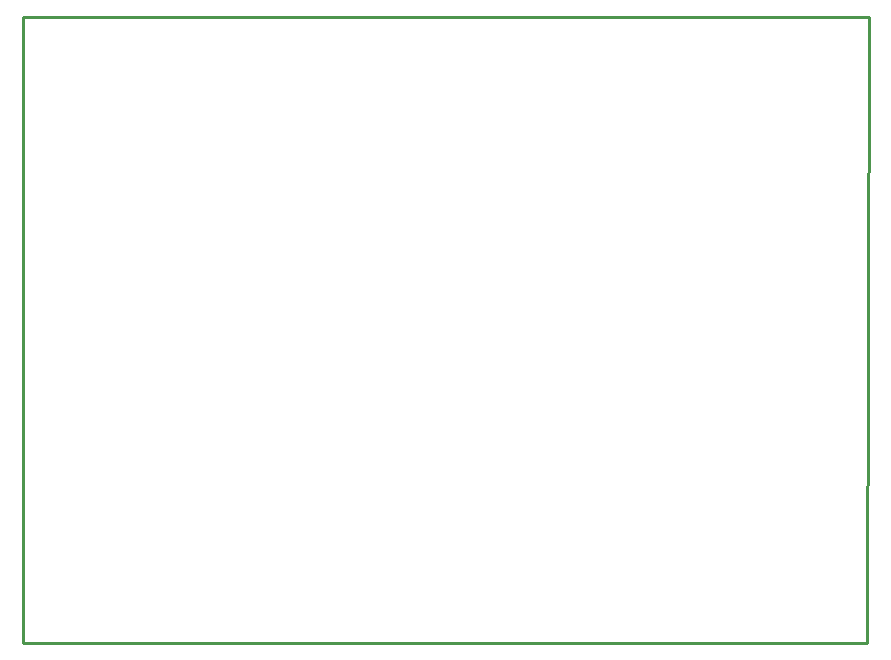
<source format=gko>
G04 Layer: BoardOutlineLayer*
G04 EasyEDA v6.5.23, 2023-04-28 09:12:44*
G04 028e3914a6f949ed9ca799ef75e4ed4f,10*
G04 Gerber Generator version 0.2*
G04 Scale: 100 percent, Rotated: No, Reflected: No *
G04 Dimensions in millimeters *
G04 leading zeros omitted , absolute positions ,4 integer and 5 decimal *
%FSLAX45Y45*%
%MOMM*%

%ADD10C,0.2540*%
D10*
X699998Y8499983D02*
G01*
X7861300Y8496300D01*
X7848600Y3200400D01*
X699998Y3199993D01*
X699998Y8499983D01*

%LPD*%
M02*

</source>
